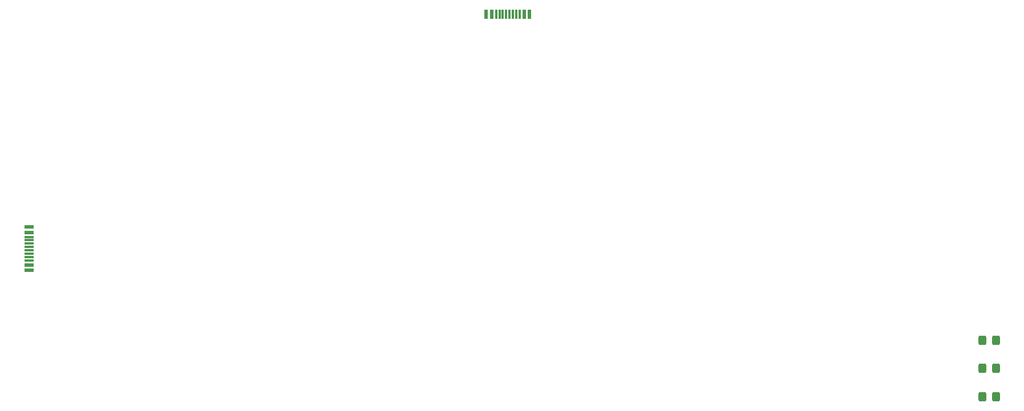
<source format=gbr>
%TF.GenerationSoftware,KiCad,Pcbnew,7.0.8*%
%TF.CreationDate,2023-12-13T13:42:29+01:00*%
%TF.ProjectId,keypad,6b657970-6164-42e6-9b69-6361645f7063,rev?*%
%TF.SameCoordinates,Original*%
%TF.FileFunction,Paste,Top*%
%TF.FilePolarity,Positive*%
%FSLAX46Y46*%
G04 Gerber Fmt 4.6, Leading zero omitted, Abs format (unit mm)*
G04 Created by KiCad (PCBNEW 7.0.8) date 2023-12-13 13:42:29*
%MOMM*%
%LPD*%
G01*
G04 APERTURE LIST*
G04 Aperture macros list*
%AMRoundRect*
0 Rectangle with rounded corners*
0 $1 Rounding radius*
0 $2 $3 $4 $5 $6 $7 $8 $9 X,Y pos of 4 corners*
0 Add a 4 corners polygon primitive as box body*
4,1,4,$2,$3,$4,$5,$6,$7,$8,$9,$2,$3,0*
0 Add four circle primitives for the rounded corners*
1,1,$1+$1,$2,$3*
1,1,$1+$1,$4,$5*
1,1,$1+$1,$6,$7*
1,1,$1+$1,$8,$9*
0 Add four rect primitives between the rounded corners*
20,1,$1+$1,$2,$3,$4,$5,0*
20,1,$1+$1,$4,$5,$6,$7,0*
20,1,$1+$1,$6,$7,$8,$9,0*
20,1,$1+$1,$8,$9,$2,$3,0*%
G04 Aperture macros list end*
%ADD10RoundRect,0.250000X0.325000X0.450000X-0.325000X0.450000X-0.325000X-0.450000X0.325000X-0.450000X0*%
%ADD11R,1.400000X0.600000*%
%ADD12R,1.400000X0.300000*%
%ADD13R,0.600000X1.400000*%
%ADD14R,0.300000X1.400000*%
G04 APERTURE END LIST*
D10*
%TO.C,D1*%
X200310000Y-103920100D03*
X198260000Y-103920100D03*
%TD*%
%TO.C,D27*%
X200310000Y-99761100D03*
X198260000Y-99761100D03*
%TD*%
%TO.C,D26*%
X200310000Y-95592200D03*
X198260000Y-95592200D03*
%TD*%
D11*
%TO.C,J3*%
X56794600Y-78762400D03*
X56794600Y-79562400D03*
D12*
X56794600Y-80712400D03*
X56794600Y-81712400D03*
X56794600Y-82212400D03*
X56794600Y-83212400D03*
D11*
X56794600Y-85162400D03*
X56794600Y-84362400D03*
D12*
X56794600Y-83712400D03*
X56794600Y-82712400D03*
X56794600Y-81212400D03*
X56794600Y-80212400D03*
%TD*%
D13*
%TO.C,J2*%
X131052100Y-47158000D03*
X130252100Y-47158000D03*
D14*
X129102100Y-47158000D03*
X128102100Y-47158000D03*
X127602100Y-47158000D03*
X126602100Y-47158000D03*
D13*
X124652100Y-47158000D03*
X125452100Y-47158000D03*
D14*
X126102100Y-47158000D03*
X127102100Y-47158000D03*
X128602100Y-47158000D03*
X129602100Y-47158000D03*
%TD*%
M02*

</source>
